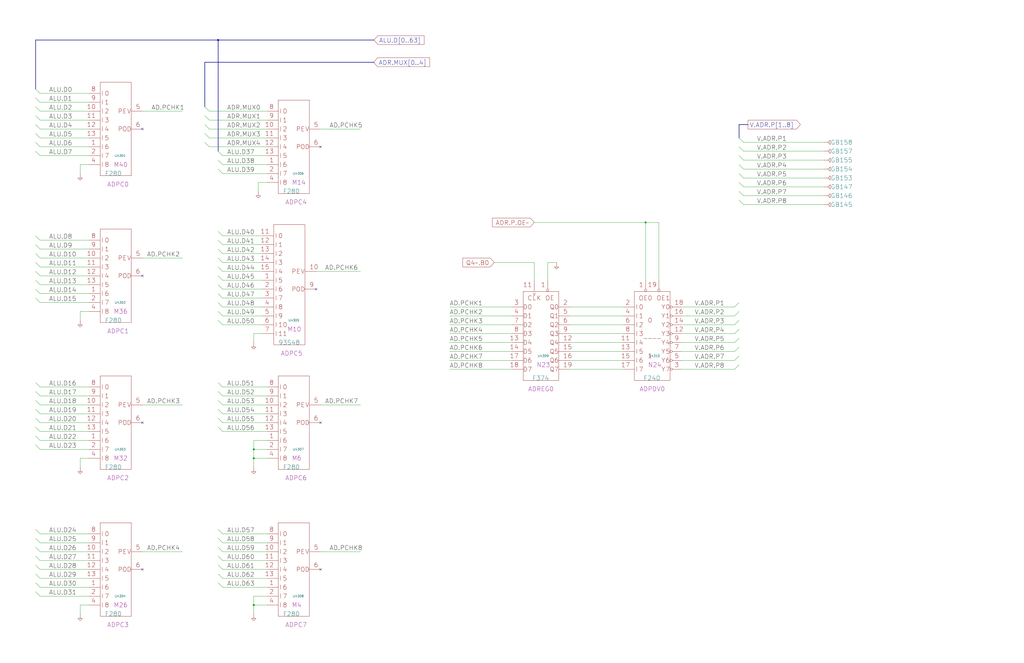
<source format=kicad_sch>
(kicad_sch (version 20210621) (generator eeschema)
  (paper "User" 584.2 378.46)
  (title_block (title "ADDRESS BUS PARITY\\nPARITY") (date "22-MAR-90") (rev "1.0") (comment 1 "VALUE") (comment 2 "232-003063") (comment 3 "S400") (comment 4 "RELEASED"))
  (lib_symbols
    (symbol "r1000:93S48" (pin_numbers hide) (pin_names (offset 1.016) hide)
      (property "Reference" "U" (at 2.54 5.08 0))
      (property "Value" "93S48" (at -6.35 -7.62 0))
      (property "Location" "___" (at -1.27 0 0))
      (property "Name" "______" (at 1.27 -15.24 0))
      (symbol "93S48_1_1"
        (rectangle (start -8.89 59.69) (end 8.89 -8.89))
        (text "0" (at -5.08 53.34 0) (effects (font (size 2.54 2.54))))
        (text "0" (at -2.54 2.54 0) (effects (font (size 2.54 2.54))))
        (text "0" (at 15.24 35.56 0) (effects (font (size 2.54 2.54))))
        (text "1" (at -15.24 35.56 0) (effects (font (size 2.54 2.54))))
        (text "1" (at -15.24 40.64 0) (effects (font (size 2.54 2.54))))
        (text "1" (at -15.24 45.72 0) (effects (font (size 2.54 2.54))))
        (text "1" (at -15.24 50.8 0) (effects (font (size 2.54 2.54))))
        (text "1" (at -15.24 55.88 0) (effects (font (size 2.54 2.54))))
        (text "1" (at -12.7 30.48 0) (effects (font (size 2.54 2.54))))
        (text "1" (at -12.7 55.88 0) (effects (font (size 2.54 2.54))))
        (text "1" (at -5.08 -2.54 0) (effects (font (size 2.54 2.54))))
        (text "1" (at -5.08 2.54 0) (effects (font (size 2.54 2.54))))
        (text "1" (at -5.08 48.26 0) (effects (font (size 2.54 2.54))))
        (text "1" (at -2.54 -2.54 0) (effects (font (size 2.54 2.54))))
        (text "1" (at 12.7 35.56 0) (effects (font (size 2.54 2.54))))
        (text "2" (at -12.7 25.4 0) (effects (font (size 2.54 2.54))))
        (text "2" (at -12.7 50.8 0) (effects (font (size 2.54 2.54))))
        (text "2" (at -5.08 43.18 0) (effects (font (size 2.54 2.54))))
        (text "3" (at -12.7 20.32 0) (effects (font (size 2.54 2.54))))
        (text "3" (at -12.7 45.72 0) (effects (font (size 2.54 2.54))))
        (text "3" (at -5.08 38.1 0) (effects (font (size 2.54 2.54))))
        (text "4" (at -12.7 15.24 0) (effects (font (size 2.54 2.54))))
        (text "4" (at -12.7 40.64 0) (effects (font (size 2.54 2.54))))
        (text "4" (at -5.08 33.02 0) (effects (font (size 2.54 2.54))))
        (text "5" (at -12.7 10.16 0) (effects (font (size 2.54 2.54))))
        (text "5" (at -12.7 35.56 0) (effects (font (size 2.54 2.54))))
        (text "5" (at -5.08 27.94 0) (effects (font (size 2.54 2.54))))
        (text "6" (at -12.7 5.08 0) (effects (font (size 2.54 2.54))))
        (text "6" (at -5.08 22.86 0) (effects (font (size 2.54 2.54))))
        (text "7" (at -12.7 0 0) (effects (font (size 2.54 2.54))))
        (text "7" (at -5.08 17.78 0) (effects (font (size 2.54 2.54))))
        (text "8" (at -5.08 12.7 0) (effects (font (size 2.54 2.54))))
        (text "9" (at -5.08 7.62 0) (effects (font (size 2.54 2.54))))
        (text "9" (at 12.7 25.4 0) (effects (font (size 2.54 2.54))))
        (text "D" (at 7.62 22.86 0) (effects (font (size 2.54 2.54))))
        (text "E" (at 5.08 33.02 0) (effects (font (size 2.54 2.54))))
        (text "I" (at -7.62 -2.54 0) (effects (font (size 2.54 2.54))))
        (text "I" (at -7.62 2.54 0) (effects (font (size 2.54 2.54))))
        (text "I" (at -7.62 7.62 0) (effects (font (size 2.54 2.54))))
        (text "I" (at -7.62 12.7 0) (effects (font (size 2.54 2.54))))
        (text "I" (at -7.62 17.78 0) (effects (font (size 2.54 2.54))))
        (text "I" (at -7.62 22.86 0) (effects (font (size 2.54 2.54))))
        (text "I" (at -7.62 27.94 0) (effects (font (size 2.54 2.54))))
        (text "I" (at -7.62 33.02 0) (effects (font (size 2.54 2.54))))
        (text "I" (at -7.62 38.1 0) (effects (font (size 2.54 2.54))))
        (text "I" (at -7.62 43.18 0) (effects (font (size 2.54 2.54))))
        (text "I" (at -7.62 48.26 0) (effects (font (size 2.54 2.54))))
        (text "I" (at -7.62 53.34 0) (effects (font (size 2.54 2.54))))
        (text "O" (at 5.08 22.86 0) (effects (font (size 2.54 2.54))))
        (text "P" (at 2.54 22.86 0) (effects (font (size 2.54 2.54))))
        (text "P" (at 2.54 33.02 0) (effects (font (size 2.54 2.54))))
        (text "V" (at 7.62 33.02 0) (effects (font (size 2.54 2.54))))
        (pin input line (at -15.24 27.94 0) (length 6.35) (name "I5") (number "1"))
        (pin output line (at 15.24 33.02 180) (length 6.35) (name "PEV") (number "10"))
        (pin input line (at -15.24 53.34 0) (length 6.35) (name "I0") (number "11"))
        (pin input line (at -15.24 48.26 0) (length 6.35) (name "I1") (number "12"))
        (pin input line (at -15.24 43.18 0) (length 6.35) (name "I2") (number "13"))
        (pin input line (at -15.24 38.1 0) (length 6.35) (name "I3") (number "14"))
        (pin input line (at -15.24 33.02 0) (length 6.35) (name "I4") (number "15"))
        (pin input line (at -15.24 22.86 0) (length 6.35) (name "I6") (number "2"))
        (pin input line (at -15.24 17.78 0) (length 6.35) (name "I7") (number "3"))
        (pin input line (at -15.24 12.7 0) (length 6.35) (name "I8") (number "4"))
        (pin input line (at -15.24 7.62 0) (length 6.35) (name "I9") (number "5"))
        (pin input line (at -15.24 2.54 0) (length 6.35) (name "I10") (number "6"))
        (pin input line (at -15.24 -2.54 0) (length 6.35) (name "I11") (number "7"))
        (pin output line (at 15.24 22.86 180) (length 6.35) (name "POD") (number "9"))
      )
    )
    (symbol "r1000:F240" (pin_numbers hide) (pin_names (offset 1.016) hide)
      (property "Reference" "U" (at 2.54 5.08 0))
      (property "Value" "F240" (at -3.81 -7.62 0))
      (property "Location" "___" (at -1.27 0 0))
      (property "Name" "______" (at 1.27 -15.24 0))
      (symbol "F240_1_1"
        (rectangle (start -8.89 41.91) (end 11.43 -8.89))
        (circle (center -2.54 42.545) (radius 0.635))
        (circle (center 5.08 42.545) (radius 0.635))
        (circle (center 12.065 -2.54) (radius 0.635))
        (circle (center 12.065 2.54) (radius 0.635))
        (circle (center 12.065 7.62) (radius 0.635))
        (circle (center 12.065 12.7) (radius 0.635))
        (circle (center 12.065 17.78) (radius 0.635))
        (circle (center 12.065 22.86) (radius 0.635))
        (circle (center 12.065 27.94) (radius 0.635))
        (circle (center 12.065 33.02) (radius 0.635))
        (text "-" (at -2.54 15.24 0) (effects (font (size 2.54 2.54))))
        (text "-" (at 0 15.24 0) (effects (font (size 2.54 2.54))))
        (text "-" (at 2.54 15.24 0) (effects (font (size 2.54 2.54))))
        (text "-" (at 5.08 15.24 0) (effects (font (size 2.54 2.54))))
        (text "0" (at -5.08 33.02 0) (effects (font (size 2.54 2.54))))
        (text "0" (at 0 25.4 0) (effects (font (size 2.54 2.54))))
        (text "0" (at 0 38.1 0) (effects (font (size 2.54 2.54))))
        (text "0" (at 10.16 33.02 0) (effects (font (size 2.54 2.54))))
        (text "1" (at -15.24 0 0) (effects (font (size 2.54 2.54))))
        (text "1" (at -15.24 5.08 0) (effects (font (size 2.54 2.54))))
        (text "1" (at -15.24 10.16 0) (effects (font (size 2.54 2.54))))
        (text "1" (at -15.24 15.24 0) (effects (font (size 2.54 2.54))))
        (text "1" (at -12.7 15.24 0) (effects (font (size 2.54 2.54))))
        (text "1" (at -5.08 27.94 0) (effects (font (size 2.54 2.54))))
        (text "1" (at -5.08 45.72 0) (effects (font (size 2.54 2.54))))
        (text "1" (at 0 5.08 0) (effects (font (size 2.54 2.54))))
        (text "1" (at 0 45.72 0) (effects (font (size 2.54 2.54))))
        (text "1" (at 10.16 27.94 0) (effects (font (size 2.54 2.54))))
        (text "1" (at 10.16 38.1 0) (effects (font (size 2.54 2.54))))
        (text "1" (at 15.24 20.32 0) (effects (font (size 2.54 2.54))))
        (text "1" (at 15.24 25.4 0) (effects (font (size 2.54 2.54))))
        (text "1" (at 15.24 30.48 0) (effects (font (size 2.54 2.54))))
        (text "1" (at 15.24 35.56 0) (effects (font (size 2.54 2.54))))
        (text "2" (at -12.7 35.56 0) (effects (font (size 2.54 2.54))))
        (text "2" (at -5.08 22.86 0) (effects (font (size 2.54 2.54))))
        (text "2" (at 10.16 22.86 0) (effects (font (size 2.54 2.54))))
        (text "2" (at 17.78 20.32 0) (effects (font (size 2.54 2.54))))
        (text "3" (at -12.7 10.16 0) (effects (font (size 2.54 2.54))))
        (text "3" (at -5.08 17.78 0) (effects (font (size 2.54 2.54))))
        (text "3" (at 10.16 17.78 0) (effects (font (size 2.54 2.54))))
        (text "3" (at 15.24 0 0) (effects (font (size 2.54 2.54))))
        (text "4" (at -12.7 30.48 0) (effects (font (size 2.54 2.54))))
        (text "4" (at -5.08 12.7 0) (effects (font (size 2.54 2.54))))
        (text "4" (at 10.16 12.7 0) (effects (font (size 2.54 2.54))))
        (text "4" (at 17.78 25.4 0) (effects (font (size 2.54 2.54))))
        (text "5" (at -12.7 5.08 0) (effects (font (size 2.54 2.54))))
        (text "5" (at -5.08 7.62 0) (effects (font (size 2.54 2.54))))
        (text "5" (at 10.16 7.62 0) (effects (font (size 2.54 2.54))))
        (text "5" (at 15.24 5.08 0) (effects (font (size 2.54 2.54))))
        (text "6" (at -12.7 25.4 0) (effects (font (size 2.54 2.54))))
        (text "6" (at -5.08 2.54 0) (effects (font (size 2.54 2.54))))
        (text "6" (at 10.16 2.54 0) (effects (font (size 2.54 2.54))))
        (text "6" (at 17.78 30.48 0) (effects (font (size 2.54 2.54))))
        (text "7" (at -12.7 0 0) (effects (font (size 2.54 2.54))))
        (text "7" (at -5.08 -2.54 0) (effects (font (size 2.54 2.54))))
        (text "7" (at 10.16 -2.54 0) (effects (font (size 2.54 2.54))))
        (text "7" (at 15.24 10.16 0) (effects (font (size 2.54 2.54))))
        (text "8" (at -12.7 20.32 0) (effects (font (size 2.54 2.54))))
        (text "8" (at 17.78 35.56 0) (effects (font (size 2.54 2.54))))
        (text "9" (at 2.54 45.72 0) (effects (font (size 2.54 2.54))))
        (text "9" (at 15.24 15.24 0) (effects (font (size 2.54 2.54))))
        (text "E" (at -2.54 38.1 0) (effects (font (size 2.54 2.54))))
        (text "E" (at 7.62 38.1 0) (effects (font (size 2.54 2.54))))
        (text "I" (at -7.62 -2.54 0) (effects (font (size 2.54 2.54))))
        (text "I" (at -7.62 2.54 0) (effects (font (size 2.54 2.54))))
        (text "I" (at -7.62 7.62 0) (effects (font (size 2.54 2.54))))
        (text "I" (at -7.62 12.7 0) (effects (font (size 2.54 2.54))))
        (text "I" (at -7.62 17.78 0) (effects (font (size 2.54 2.54))))
        (text "I" (at -7.62 22.86 0) (effects (font (size 2.54 2.54))))
        (text "I" (at -7.62 27.94 0) (effects (font (size 2.54 2.54))))
        (text "I" (at -7.62 33.02 0) (effects (font (size 2.54 2.54))))
        (text "O" (at -5.08 38.1 0) (effects (font (size 2.54 2.54))))
        (text "O" (at 5.08 38.1 0) (effects (font (size 2.54 2.54))))
        (text "Y" (at 7.62 -2.54 0) (effects (font (size 2.54 2.54))))
        (text "Y" (at 7.62 2.54 0) (effects (font (size 2.54 2.54))))
        (text "Y" (at 7.62 7.62 0) (effects (font (size 2.54 2.54))))
        (text "Y" (at 7.62 12.7 0) (effects (font (size 2.54 2.54))))
        (text "Y" (at 7.62 17.78 0) (effects (font (size 2.54 2.54))))
        (text "Y" (at 7.62 22.86 0) (effects (font (size 2.54 2.54))))
        (text "Y" (at 7.62 27.94 0) (effects (font (size 2.54 2.54))))
        (text "Y" (at 7.62 33.02 0) (effects (font (size 2.54 2.54))))
        (pin input line (at -2.54 48.26 270) (length 5.08) (name "OE0_") (number "1"))
        (pin input line (at -15.24 12.7 0) (length 6.35) (name "I4") (number "11"))
        (pin tri_state line (at 17.78 17.78 180) (length 5.08) (name "Y3_") (number "12"))
        (pin input line (at -15.24 7.62 0) (length 6.35) (name "I5") (number "13"))
        (pin tri_state line (at 17.78 22.86 180) (length 5.08) (name "Y2_") (number "14"))
        (pin input line (at -15.24 2.54 0) (length 6.35) (name "I6") (number "15"))
        (pin tri_state line (at 17.78 27.94 180) (length 5.08) (name "Y1_") (number "16"))
        (pin input line (at -15.24 -2.54 0) (length 6.35) (name "I7") (number "17"))
        (pin tri_state line (at 17.78 33.02 180) (length 5.08) (name "Y0_") (number "18"))
        (pin input line (at 5.08 48.26 270) (length 5.08) (name "OE1_") (number "19"))
        (pin input line (at -15.24 33.02 0) (length 6.35) (name "I0") (number "2"))
        (pin tri_state line (at 17.78 -2.54 180) (length 5.08) (name "Y7_") (number "3"))
        (pin input line (at -15.24 27.94 0) (length 6.35) (name "I1") (number "4"))
        (pin tri_state line (at 17.78 2.54 180) (length 5.08) (name "Y6_") (number "5"))
        (pin input line (at -15.24 22.86 0) (length 6.35) (name "I2") (number "6"))
        (pin tri_state line (at 17.78 7.62 180) (length 5.08) (name "Y5_") (number "7"))
        (pin input line (at -15.24 17.78 0) (length 6.35) (name "I3") (number "8"))
        (pin tri_state line (at 17.78 12.7 180) (length 5.08) (name "Y4_") (number "9"))
      )
    )
    (symbol "r1000:F280" (pin_numbers hide) (pin_names (offset 1.016) hide)
      (property "Reference" "U" (at 2.54 5.08 0))
      (property "Value" "F280" (at -6.35 -5.08 0))
      (property "Location" "___" (at -1.27 0 0))
      (property "Name" "______" (at 1.27 -12.7 0))
      (symbol "F280_1_1"
        (rectangle (start -8.89 46.99) (end 8.89 -6.35))
        (text "0" (at -12.7 33.02 0) (effects (font (size 2.54 2.54))))
        (text "0" (at -5.08 40.64 0) (effects (font (size 2.54 2.54))))
        (text "1" (at -15.24 17.78 0) (effects (font (size 2.54 2.54))))
        (text "1" (at -15.24 22.86 0) (effects (font (size 2.54 2.54))))
        (text "1" (at -15.24 27.94 0) (effects (font (size 2.54 2.54))))
        (text "1" (at -15.24 33.02 0) (effects (font (size 2.54 2.54))))
        (text "1" (at -12.7 12.7 0) (effects (font (size 2.54 2.54))))
        (text "1" (at -12.7 27.94 0) (effects (font (size 2.54 2.54))))
        (text "1" (at -5.08 35.56 0) (effects (font (size 2.54 2.54))))
        (text "2" (at -12.7 7.62 0) (effects (font (size 2.54 2.54))))
        (text "2" (at -12.7 22.86 0) (effects (font (size 2.54 2.54))))
        (text "2" (at -5.08 30.48 0) (effects (font (size 2.54 2.54))))
        (text "3" (at -12.7 17.78 0) (effects (font (size 2.54 2.54))))
        (text "3" (at -5.08 25.4 0) (effects (font (size 2.54 2.54))))
        (text "4" (at -12.7 2.54 0) (effects (font (size 2.54 2.54))))
        (text "4" (at -5.08 20.32 0) (effects (font (size 2.54 2.54))))
        (text "5" (at -5.08 15.24 0) (effects (font (size 2.54 2.54))))
        (text "5" (at 12.7 33.02 0) (effects (font (size 2.54 2.54))))
        (text "6" (at -5.08 10.16 0) (effects (font (size 2.54 2.54))))
        (text "6" (at 12.7 22.86 0) (effects (font (size 2.54 2.54))))
        (text "7" (at -5.08 5.08 0) (effects (font (size 2.54 2.54))))
        (text "8" (at -12.7 43.18 0) (effects (font (size 2.54 2.54))))
        (text "8" (at -5.08 0 0) (effects (font (size 2.54 2.54))))
        (text "9" (at -12.7 38.1 0) (effects (font (size 2.54 2.54))))
        (text "D" (at 7.62 20.32 0) (effects (font (size 2.54 2.54))))
        (text "E" (at 5.08 30.48 0) (effects (font (size 2.54 2.54))))
        (text "I" (at -7.62 0 0) (effects (font (size 2.54 2.54))))
        (text "I" (at -7.62 5.08 0) (effects (font (size 2.54 2.54))))
        (text "I" (at -7.62 10.16 0) (effects (font (size 2.54 2.54))))
        (text "I" (at -7.62 15.24 0) (effects (font (size 2.54 2.54))))
        (text "I" (at -7.62 20.32 0) (effects (font (size 2.54 2.54))))
        (text "I" (at -7.62 25.4 0) (effects (font (size 2.54 2.54))))
        (text "I" (at -7.62 30.48 0) (effects (font (size 2.54 2.54))))
        (text "I" (at -7.62 35.56 0) (effects (font (size 2.54 2.54))))
        (text "I" (at -7.62 40.64 0) (effects (font (size 2.54 2.54))))
        (text "O" (at 5.08 20.32 0) (effects (font (size 2.54 2.54))))
        (text "P" (at 2.54 20.32 0) (effects (font (size 2.54 2.54))))
        (text "P" (at 2.54 30.48 0) (effects (font (size 2.54 2.54))))
        (text "V" (at 7.62 30.48 0) (effects (font (size 2.54 2.54))))
        (pin input line (at -15.24 10.16 0) (length 6.35) (name "I6") (number "1"))
        (pin input line (at -15.24 30.48 0) (length 6.35) (name "I2") (number "10"))
        (pin input line (at -15.24 25.4 0) (length 6.35) (name "I3") (number "11"))
        (pin input line (at -15.24 20.32 0) (length 6.35) (name "I4") (number "12"))
        (pin input line (at -15.24 15.24 0) (length 6.35) (name "I5") (number "13"))
        (pin input line (at -15.24 5.08 0) (length 6.35) (name "I7") (number "2"))
        (pin input line (at -15.24 0 0) (length 6.35) (name "I8") (number "4"))
        (pin output line (at 15.24 30.48 180) (length 6.35) (name "PEV") (number "5"))
        (pin output line (at 15.24 20.32 180) (length 6.35) (name "POD") (number "6"))
        (pin input line (at -15.24 40.64 0) (length 6.35) (name "I0") (number "8"))
        (pin input line (at -15.24 35.56 0) (length 6.35) (name "I1") (number "9"))
      )
    )
    (symbol "r1000:F374" (pin_numbers hide) (pin_names (offset 1.016) hide)
      (property "Reference" "U" (at 2.54 5.08 0))
      (property "Value" "F374" (at -3.81 -7.62 0))
      (property "Location" "___" (at -1.27 0 0))
      (property "Name" "______" (at 1.27 -15.24 0))
      (symbol "F374_1_1"
        (rectangle (start -8.89 41.91) (end 11.43 -8.89))
        (circle (center 5.08 42.545) (radius 0.635))
        (text "0" (at -5.08 33.02 0) (effects (font (size 2.54 2.54))))
        (text "0" (at 10.16 33.02 0) (effects (font (size 2.54 2.54))))
        (text "1" (at -15.24 0 0) (effects (font (size 2.54 2.54))))
        (text "1" (at -15.24 5.08 0) (effects (font (size 2.54 2.54))))
        (text "1" (at -15.24 10.16 0) (effects (font (size 2.54 2.54))))
        (text "1" (at -15.24 15.24 0) (effects (font (size 2.54 2.54))))
        (text "1" (at -7.62 45.72 0) (effects (font (size 2.54 2.54))))
        (text "1" (at -5.08 27.94 0) (effects (font (size 2.54 2.54))))
        (text "1" (at -5.08 45.72 0) (effects (font (size 2.54 2.54))))
        (text "1" (at 2.54 45.72 0) (effects (font (size 2.54 2.54))))
        (text "1" (at 10.16 27.94 0) (effects (font (size 2.54 2.54))))
        (text "1" (at 15.24 0 0) (effects (font (size 2.54 2.54))))
        (text "1" (at 15.24 5.08 0) (effects (font (size 2.54 2.54))))
        (text "1" (at 15.24 10.16 0) (effects (font (size 2.54 2.54))))
        (text "1" (at 15.24 15.24 0) (effects (font (size 2.54 2.54))))
        (text "2" (at -5.08 22.86 0) (effects (font (size 2.54 2.54))))
        (text "2" (at 10.16 22.86 0) (effects (font (size 2.54 2.54))))
        (text "2" (at 15.24 35.56 0) (effects (font (size 2.54 2.54))))
        (text "2" (at 17.78 15.24 0) (effects (font (size 2.54 2.54))))
        (text "3" (at -12.7 15.24 0) (effects (font (size 2.54 2.54))))
        (text "3" (at -12.7 35.56 0) (effects (font (size 2.54 2.54))))
        (text "3" (at -5.08 17.78 0) (effects (font (size 2.54 2.54))))
        (text "3" (at 10.16 17.78 0) (effects (font (size 2.54 2.54))))
        (text "4" (at -12.7 10.16 0) (effects (font (size 2.54 2.54))))
        (text "4" (at -12.7 30.48 0) (effects (font (size 2.54 2.54))))
        (text "4" (at -5.08 12.7 0) (effects (font (size 2.54 2.54))))
        (text "4" (at 10.16 12.7 0) (effects (font (size 2.54 2.54))))
        (text "5" (at -5.08 7.62 0) (effects (font (size 2.54 2.54))))
        (text "5" (at 10.16 7.62 0) (effects (font (size 2.54 2.54))))
        (text "5" (at 15.24 30.48 0) (effects (font (size 2.54 2.54))))
        (text "5" (at 17.78 10.16 0) (effects (font (size 2.54 2.54))))
        (text "6" (at -5.08 2.54 0) (effects (font (size 2.54 2.54))))
        (text "6" (at 10.16 2.54 0) (effects (font (size 2.54 2.54))))
        (text "6" (at 15.24 25.4 0) (effects (font (size 2.54 2.54))))
        (text "6" (at 17.78 5.08 0) (effects (font (size 2.54 2.54))))
        (text "7" (at -12.7 5.08 0) (effects (font (size 2.54 2.54))))
        (text "7" (at -12.7 25.4 0) (effects (font (size 2.54 2.54))))
        (text "7" (at -5.08 -2.54 0) (effects (font (size 2.54 2.54))))
        (text "7" (at 10.16 -2.54 0) (effects (font (size 2.54 2.54))))
        (text "8" (at -12.7 0 0) (effects (font (size 2.54 2.54))))
        (text "8" (at -12.7 20.32 0) (effects (font (size 2.54 2.54))))
        (text "9" (at 15.24 20.32 0) (effects (font (size 2.54 2.54))))
        (text "9" (at 17.78 0 0) (effects (font (size 2.54 2.54))))
        (text "C" (at -5.08 38.1 0) (effects (font (size 2.54 2.54))))
        (text "D" (at -7.62 -2.54 0) (effects (font (size 2.54 2.54))))
        (text "D" (at -7.62 2.54 0) (effects (font (size 2.54 2.54))))
        (text "D" (at -7.62 7.62 0) (effects (font (size 2.54 2.54))))
        (text "D" (at -7.62 12.7 0) (effects (font (size 2.54 2.54))))
        (text "D" (at -7.62 17.78 0) (effects (font (size 2.54 2.54))))
        (text "D" (at -7.62 22.86 0) (effects (font (size 2.54 2.54))))
        (text "D" (at -7.62 27.94 0) (effects (font (size 2.54 2.54))))
        (text "D" (at -7.62 33.02 0) (effects (font (size 2.54 2.54))))
        (text "E" (at 7.62 38.1 0) (effects (font (size 2.54 2.54))))
        (text "K" (at 0 38.1 0) (effects (font (size 2.54 2.54))))
        (text "L" (at -2.54 38.1 0) (effects (font (size 2.54 2.54))))
        (text "O" (at 5.08 38.1 0) (effects (font (size 2.54 2.54))))
        (text "Q" (at 7.62 -2.54 0) (effects (font (size 2.54 2.54))))
        (text "Q" (at 7.62 2.54 0) (effects (font (size 2.54 2.54))))
        (text "Q" (at 7.62 7.62 0) (effects (font (size 2.54 2.54))))
        (text "Q" (at 7.62 12.7 0) (effects (font (size 2.54 2.54))))
        (text "Q" (at 7.62 17.78 0) (effects (font (size 2.54 2.54))))
        (text "Q" (at 7.62 22.86 0) (effects (font (size 2.54 2.54))))
        (text "Q" (at 7.62 27.94 0) (effects (font (size 2.54 2.54))))
        (text "Q" (at 7.62 33.02 0) (effects (font (size 2.54 2.54))))
        (text "v" (at -2.54 40.64 0) (effects (font (size 2.54 2.54))))
        (pin input line (at 5.08 48.26 270) (length 5.08) (name "OE_") (number "1"))
        (pin input line (at -2.54 48.26 270) (length 6.35) (name "CLK") (number "11"))
        (pin tri_state line (at 17.78 12.7 180) (length 6.35) (name "Q4") (number "12"))
        (pin input line (at -15.24 12.7 0) (length 6.35) (name "D4") (number "13"))
        (pin input line (at -15.24 7.62 0) (length 6.35) (name "D5") (number "14"))
        (pin tri_state line (at 17.78 7.62 180) (length 6.35) (name "Q5") (number "15"))
        (pin tri_state line (at 17.78 2.54 180) (length 6.35) (name "Q6") (number "16"))
        (pin input line (at -15.24 2.54 0) (length 6.35) (name "D6") (number "17"))
        (pin input line (at -15.24 -2.54 0) (length 6.35) (name "D7") (number "18"))
        (pin tri_state line (at 17.78 -2.54 180) (length 6.35) (name "Q7") (number "19"))
        (pin tri_state line (at 17.78 33.02 180) (length 6.35) (name "Q0") (number "2"))
        (pin input line (at -15.24 33.02 0) (length 6.35) (name "D0") (number "3"))
        (pin input line (at -15.24 27.94 0) (length 6.35) (name "D1") (number "4"))
        (pin tri_state line (at 17.78 27.94 180) (length 6.35) (name "Q1") (number "5"))
        (pin tri_state line (at 17.78 22.86 180) (length 6.35) (name "Q2") (number "6"))
        (pin input line (at -15.24 22.86 0) (length 6.35) (name "D2") (number "7"))
        (pin input line (at -15.24 17.78 0) (length 6.35) (name "D3") (number "8"))
        (pin tri_state line (at 17.78 17.78 180) (length 6.35) (name "Q3") (number "9"))
      )
    )
    (symbol "r1000:GB" (pin_numbers hide) (pin_names (offset 0) hide)
      (property "Reference" "GB" (at 3.81 0 0))
      (symbol "GB_0_1"
        (polyline (pts (xy 2.54 0) (xy 3.81 1.27) (xy 3.81 -1.27) (xy 2.54 0)) (stroke (width 0.1524)))
      )
      (symbol "GB_1_1"
        (pin bidirectional line (at 0 0 0) (length 2.54) (name "") (number "1"))
      )
    )
    (symbol "r1000:PD" (power) (pin_numbers hide) (pin_names hide) (in_bom no)
      (symbol "PD_0_1"
        (polyline (pts (xy 0 -2.54) (xy 1.27 -2.54) (xy 0 -3.81) (xy -1.27 -2.54) (xy 0 -2.54)) (stroke (width 0.1524)))
      )
      (symbol "PD_1_1"
        (pin power_in line (at 0 0 270) (length 2.54) (name "PD") (number "1"))
      )
    )
  )
  (junction (at 144.78 256.54))
  (junction (at 144.78 261.62))
  (junction (at 144.78 345.44))
  (junction (at 368.3 127))
  (junction (at 124.46 22.86))
  (no_connect (at 81.28 73.66))
  (no_connect (at 81.28 157.48))
  (no_connect (at 81.28 241.3))
  (no_connect (at 81.28 325.12))
  (no_connect (at 180.34 165.1))
  (no_connect (at 182.88 83.82))
  (no_connect (at 182.88 241.3))
  (no_connect (at 182.88 325.12))
  (bus_entry (at 20.32 50.8) (size 2.54 2.54))
  (bus_entry (at 20.32 55.88) (size 2.54 2.54))
  (bus_entry (at 20.32 60.96) (size 2.54 2.54))
  (bus_entry (at 20.32 66.04) (size 2.54 2.54))
  (bus_entry (at 20.32 71.12) (size 2.54 2.54))
  (bus_entry (at 20.32 76.2) (size 2.54 2.54))
  (bus_entry (at 20.32 81.28) (size 2.54 2.54))
  (bus_entry (at 20.32 86.36) (size 2.54 2.54))
  (bus_entry (at 20.32 134.62) (size 2.54 2.54))
  (bus_entry (at 20.32 139.7) (size 2.54 2.54))
  (bus_entry (at 20.32 144.78) (size 2.54 2.54))
  (bus_entry (at 20.32 149.86) (size 2.54 2.54))
  (bus_entry (at 20.32 154.94) (size 2.54 2.54))
  (bus_entry (at 20.32 160.02) (size 2.54 2.54))
  (bus_entry (at 20.32 165.1) (size 2.54 2.54))
  (bus_entry (at 20.32 170.18) (size 2.54 2.54))
  (bus_entry (at 20.32 218.44) (size 2.54 2.54))
  (bus_entry (at 20.32 223.52) (size 2.54 2.54))
  (bus_entry (at 20.32 228.6) (size 2.54 2.54))
  (bus_entry (at 20.32 233.68) (size 2.54 2.54))
  (bus_entry (at 20.32 238.76) (size 2.54 2.54))
  (bus_entry (at 20.32 243.84) (size 2.54 2.54))
  (bus_entry (at 20.32 248.92) (size 2.54 2.54))
  (bus_entry (at 20.32 254) (size 2.54 2.54))
  (bus_entry (at 20.32 302.26) (size 2.54 2.54))
  (bus_entry (at 20.32 307.34) (size 2.54 2.54))
  (bus_entry (at 20.32 312.42) (size 2.54 2.54))
  (bus_entry (at 20.32 317.5) (size 2.54 2.54))
  (bus_entry (at 20.32 322.58) (size 2.54 2.54))
  (bus_entry (at 20.32 327.66) (size 2.54 2.54))
  (bus_entry (at 20.32 332.74) (size 2.54 2.54))
  (bus_entry (at 20.32 337.82) (size 2.54 2.54))
  (bus_entry (at 116.84 60.96) (size 2.54 2.54))
  (bus_entry (at 116.84 66.04) (size 2.54 2.54))
  (bus_entry (at 116.84 71.12) (size 2.54 2.54))
  (bus_entry (at 116.84 76.2) (size 2.54 2.54))
  (bus_entry (at 116.84 81.28) (size 2.54 2.54))
  (bus_entry (at 124.46 86.36) (size 2.54 2.54))
  (bus_entry (at 124.46 91.44) (size 2.54 2.54))
  (bus_entry (at 124.46 96.52) (size 2.54 2.54))
  (bus_entry (at 124.46 132.08) (size 2.54 2.54))
  (bus_entry (at 124.46 137.16) (size 2.54 2.54))
  (bus_entry (at 124.46 142.24) (size 2.54 2.54))
  (bus_entry (at 124.46 147.32) (size 2.54 2.54))
  (bus_entry (at 124.46 152.4) (size 2.54 2.54))
  (bus_entry (at 124.46 157.48) (size 2.54 2.54))
  (bus_entry (at 124.46 162.56) (size 2.54 2.54))
  (bus_entry (at 124.46 167.64) (size 2.54 2.54))
  (bus_entry (at 124.46 172.72) (size 2.54 2.54))
  (bus_entry (at 124.46 177.8) (size 2.54 2.54))
  (bus_entry (at 124.46 182.88) (size 2.54 2.54))
  (bus_entry (at 124.46 218.44) (size 2.54 2.54))
  (bus_entry (at 124.46 223.52) (size 2.54 2.54))
  (bus_entry (at 124.46 228.6) (size 2.54 2.54))
  (bus_entry (at 124.46 233.68) (size 2.54 2.54))
  (bus_entry (at 124.46 238.76) (size 2.54 2.54))
  (bus_entry (at 124.46 243.84) (size 2.54 2.54))
  (bus_entry (at 124.46 302.26) (size 2.54 2.54))
  (bus_entry (at 124.46 307.34) (size 2.54 2.54))
  (bus_entry (at 124.46 312.42) (size 2.54 2.54))
  (bus_entry (at 124.46 317.5) (size 2.54 2.54))
  (bus_entry (at 124.46 322.58) (size 2.54 2.54))
  (bus_entry (at 124.46 327.66) (size 2.54 2.54))
  (bus_entry (at 124.46 332.74) (size 2.54 2.54))
  (bus_entry (at 421.64 78.74) (size 2.54 2.54))
  (bus_entry (at 421.64 83.82) (size 2.54 2.54))
  (bus_entry (at 421.64 88.9) (size 2.54 2.54))
  (bus_entry (at 421.64 93.98) (size 2.54 2.54))
  (bus_entry (at 421.64 99.06) (size 2.54 2.54))
  (bus_entry (at 421.64 104.14) (size 2.54 2.54))
  (bus_entry (at 421.64 109.22) (size 2.54 2.54))
  (bus_entry (at 421.64 114.3) (size 2.54 2.54))
  (bus_entry (at 421.64 172.72) (size -2.54 2.54))
  (bus_entry (at 421.64 177.8) (size -2.54 2.54))
  (bus_entry (at 421.64 182.88) (size -2.54 2.54))
  (bus_entry (at 421.64 187.96) (size -2.54 2.54))
  (bus_entry (at 421.64 193.04) (size -2.54 2.54))
  (bus_entry (at 421.64 198.12) (size -2.54 2.54))
  (bus_entry (at 421.64 203.2) (size -2.54 2.54))
  (bus_entry (at 421.64 208.28) (size -2.54 2.54))
  (wire (pts (xy 22.86 53.34) (xy 50.8 53.34)))
  (wire (pts (xy 22.86 58.42) (xy 50.8 58.42)))
  (wire (pts (xy 22.86 63.5) (xy 50.8 63.5)))
  (wire (pts (xy 22.86 68.58) (xy 50.8 68.58)))
  (wire (pts (xy 22.86 73.66) (xy 50.8 73.66)))
  (wire (pts (xy 22.86 78.74) (xy 50.8 78.74)))
  (wire (pts (xy 22.86 83.82) (xy 50.8 83.82)))
  (wire (pts (xy 22.86 88.9) (xy 50.8 88.9)))
  (wire (pts (xy 22.86 137.16) (xy 50.8 137.16)))
  (wire (pts (xy 22.86 142.24) (xy 50.8 142.24)))
  (wire (pts (xy 22.86 147.32) (xy 50.8 147.32)))
  (wire (pts (xy 22.86 152.4) (xy 50.8 152.4)))
  (wire (pts (xy 22.86 157.48) (xy 50.8 157.48)))
  (wire (pts (xy 22.86 162.56) (xy 50.8 162.56)))
  (wire (pts (xy 22.86 167.64) (xy 50.8 167.64)))
  (wire (pts (xy 22.86 172.72) (xy 50.8 172.72)))
  (wire (pts (xy 22.86 220.98) (xy 50.8 220.98)))
  (wire (pts (xy 22.86 226.06) (xy 50.8 226.06)))
  (wire (pts (xy 22.86 231.14) (xy 50.8 231.14)))
  (wire (pts (xy 22.86 236.22) (xy 50.8 236.22)))
  (wire (pts (xy 22.86 241.3) (xy 50.8 241.3)))
  (wire (pts (xy 22.86 246.38) (xy 50.8 246.38)))
  (wire (pts (xy 22.86 251.46) (xy 50.8 251.46)))
  (wire (pts (xy 22.86 256.54) (xy 50.8 256.54)))
  (wire (pts (xy 22.86 304.8) (xy 50.8 304.8)))
  (wire (pts (xy 22.86 309.88) (xy 50.8 309.88)))
  (wire (pts (xy 22.86 314.96) (xy 50.8 314.96)))
  (wire (pts (xy 22.86 320.04) (xy 50.8 320.04)))
  (wire (pts (xy 22.86 325.12) (xy 50.8 325.12)))
  (wire (pts (xy 22.86 330.2) (xy 50.8 330.2)))
  (wire (pts (xy 22.86 335.28) (xy 50.8 335.28)))
  (wire (pts (xy 22.86 340.36) (xy 50.8 340.36)))
  (wire (pts (xy 45.72 93.98) (xy 50.8 93.98)))
  (wire (pts (xy 45.72 99.06) (xy 45.72 93.98)))
  (wire (pts (xy 45.72 177.8) (xy 50.8 177.8)))
  (wire (pts (xy 45.72 182.88) (xy 45.72 177.8)))
  (wire (pts (xy 45.72 261.62) (xy 50.8 261.62)))
  (wire (pts (xy 45.72 266.7) (xy 45.72 261.62)))
  (wire (pts (xy 45.72 345.44) (xy 50.8 345.44)))
  (wire (pts (xy 45.72 350.52) (xy 45.72 345.44)))
  (wire (pts (xy 81.28 63.5) (xy 104.14 63.5)))
  (wire (pts (xy 81.28 147.32) (xy 104.14 147.32)))
  (wire (pts (xy 81.28 231.14) (xy 104.14 231.14)))
  (wire (pts (xy 81.28 314.96) (xy 104.14 314.96)))
  (wire (pts (xy 119.38 63.5) (xy 152.4 63.5)))
  (wire (pts (xy 119.38 68.58) (xy 152.4 68.58)))
  (wire (pts (xy 119.38 73.66) (xy 152.4 73.66)))
  (wire (pts (xy 119.38 78.74) (xy 152.4 78.74)))
  (wire (pts (xy 119.38 83.82) (xy 152.4 83.82)))
  (wire (pts (xy 127 88.9) (xy 152.4 88.9)))
  (wire (pts (xy 127 93.98) (xy 152.4 93.98)))
  (wire (pts (xy 127 99.06) (xy 152.4 99.06)))
  (wire (pts (xy 127 134.62) (xy 149.86 134.62)))
  (wire (pts (xy 127 139.7) (xy 149.86 139.7)))
  (wire (pts (xy 127 144.78) (xy 149.86 144.78)))
  (wire (pts (xy 127 149.86) (xy 149.86 149.86)))
  (wire (pts (xy 127 154.94) (xy 149.86 154.94)))
  (wire (pts (xy 127 160.02) (xy 149.86 160.02)))
  (wire (pts (xy 127 165.1) (xy 149.86 165.1)))
  (wire (pts (xy 127 170.18) (xy 149.86 170.18)))
  (wire (pts (xy 127 175.26) (xy 149.86 175.26)))
  (wire (pts (xy 127 180.34) (xy 149.86 180.34)))
  (wire (pts (xy 127 185.42) (xy 149.86 185.42)))
  (wire (pts (xy 127 220.98) (xy 152.4 220.98)))
  (wire (pts (xy 127 226.06) (xy 152.4 226.06)))
  (wire (pts (xy 127 231.14) (xy 152.4 231.14)))
  (wire (pts (xy 127 236.22) (xy 152.4 236.22)))
  (wire (pts (xy 127 241.3) (xy 152.4 241.3)))
  (wire (pts (xy 127 246.38) (xy 152.4 246.38)))
  (wire (pts (xy 127 304.8) (xy 152.4 304.8)))
  (wire (pts (xy 127 309.88) (xy 152.4 309.88)))
  (wire (pts (xy 127 314.96) (xy 152.4 314.96)))
  (wire (pts (xy 127 320.04) (xy 152.4 320.04)))
  (wire (pts (xy 127 325.12) (xy 152.4 325.12)))
  (wire (pts (xy 127 330.2) (xy 152.4 330.2)))
  (wire (pts (xy 127 335.28) (xy 152.4 335.28)))
  (wire (pts (xy 144.78 190.5) (xy 149.86 190.5)))
  (wire (pts (xy 144.78 195.58) (xy 144.78 190.5)))
  (wire (pts (xy 144.78 251.46) (xy 144.78 256.54)))
  (wire (pts (xy 144.78 256.54) (xy 144.78 261.62)))
  (wire (pts (xy 144.78 256.54) (xy 152.4 256.54)))
  (wire (pts (xy 144.78 261.62) (xy 152.4 261.62)))
  (wire (pts (xy 144.78 266.7) (xy 144.78 261.62)))
  (wire (pts (xy 144.78 340.36) (xy 144.78 345.44)))
  (wire (pts (xy 144.78 345.44) (xy 152.4 345.44)))
  (wire (pts (xy 144.78 350.52) (xy 144.78 345.44)))
  (wire (pts (xy 147.32 104.14) (xy 152.4 104.14)))
  (wire (pts (xy 147.32 109.22) (xy 147.32 104.14)))
  (wire (pts (xy 152.4 251.46) (xy 144.78 251.46)))
  (wire (pts (xy 152.4 340.36) (xy 144.78 340.36)))
  (wire (pts (xy 180.34 154.94) (xy 205.74 154.94)))
  (wire (pts (xy 182.88 73.66) (xy 205.74 73.66)))
  (wire (pts (xy 182.88 231.14) (xy 205.74 231.14)))
  (wire (pts (xy 182.88 314.96) (xy 205.74 314.96)))
  (wire (pts (xy 256.54 175.26) (xy 292.1 175.26)))
  (wire (pts (xy 256.54 180.34) (xy 292.1 180.34)))
  (wire (pts (xy 256.54 185.42) (xy 292.1 185.42)))
  (wire (pts (xy 256.54 190.5) (xy 292.1 190.5)))
  (wire (pts (xy 256.54 195.58) (xy 292.1 195.58)))
  (wire (pts (xy 256.54 200.66) (xy 292.1 200.66)))
  (wire (pts (xy 256.54 205.74) (xy 292.1 205.74)))
  (wire (pts (xy 256.54 210.82) (xy 292.1 210.82)))
  (wire (pts (xy 281.94 149.86) (xy 304.8 149.86)))
  (wire (pts (xy 304.8 127) (xy 368.3 127)))
  (wire (pts (xy 304.8 149.86) (xy 304.8 160.02)))
  (wire (pts (xy 312.42 149.86) (xy 312.42 160.02)))
  (wire (pts (xy 317.5 149.86) (xy 312.42 149.86)))
  (wire (pts (xy 325.12 175.26) (xy 355.6 175.26)))
  (wire (pts (xy 325.12 180.34) (xy 355.6 180.34)))
  (wire (pts (xy 325.12 185.42) (xy 355.6 185.42)))
  (wire (pts (xy 325.12 190.5) (xy 355.6 190.5)))
  (wire (pts (xy 325.12 195.58) (xy 355.6 195.58)))
  (wire (pts (xy 325.12 200.66) (xy 355.6 200.66)))
  (wire (pts (xy 325.12 205.74) (xy 355.6 205.74)))
  (wire (pts (xy 325.12 210.82) (xy 355.6 210.82)))
  (wire (pts (xy 368.3 127) (xy 368.3 160.02)))
  (wire (pts (xy 368.3 127) (xy 375.92 127)))
  (wire (pts (xy 375.92 127) (xy 375.92 160.02)))
  (wire (pts (xy 388.62 175.26) (xy 419.1 175.26)))
  (wire (pts (xy 388.62 180.34) (xy 419.1 180.34)))
  (wire (pts (xy 388.62 185.42) (xy 419.1 185.42)))
  (wire (pts (xy 388.62 190.5) (xy 419.1 190.5)))
  (wire (pts (xy 388.62 195.58) (xy 419.1 195.58)))
  (wire (pts (xy 388.62 200.66) (xy 419.1 200.66)))
  (wire (pts (xy 388.62 205.74) (xy 419.1 205.74)))
  (wire (pts (xy 388.62 210.82) (xy 419.1 210.82)))
  (wire (pts (xy 424.18 81.28) (xy 469.9 81.28)))
  (wire (pts (xy 424.18 86.36) (xy 469.9 86.36)))
  (wire (pts (xy 424.18 91.44) (xy 469.9 91.44)))
  (wire (pts (xy 424.18 96.52) (xy 469.9 96.52)))
  (wire (pts (xy 424.18 101.6) (xy 469.9 101.6)))
  (wire (pts (xy 424.18 106.68) (xy 469.9 106.68)))
  (wire (pts (xy 424.18 111.76) (xy 469.9 111.76)))
  (wire (pts (xy 424.18 116.84) (xy 469.9 116.84)))
  (bus (pts (xy 20.32 22.86) (xy 20.32 353.06)))
  (bus (pts (xy 20.32 22.86) (xy 124.46 22.86)))
  (bus (pts (xy 116.84 35.56) (xy 116.84 88.9)))
  (bus (pts (xy 116.84 35.56) (xy 213.36 35.56)))
  (bus (pts (xy 124.46 22.86) (xy 124.46 345.44)))
  (bus (pts (xy 124.46 22.86) (xy 213.36 22.86)))
  (bus (pts (xy 421.64 71.12) (xy 421.64 116.84)))
  (bus (pts (xy 421.64 71.12) (xy 426.72 71.12)))
  (label "ALU.D0" (at 27.94 53.34 0) (effects (font (size 2.54 2.54))))
  (label "ALU.D1" (at 27.94 58.42 0) (effects (font (size 2.54 2.54))))
  (label "ALU.D2" (at 27.94 63.5 0) (effects (font (size 2.54 2.54))))
  (label "ALU.D3" (at 27.94 68.58 0) (effects (font (size 2.54 2.54))))
  (label "ALU.D4" (at 27.94 73.66 0) (effects (font (size 2.54 2.54))))
  (label "ALU.D5" (at 27.94 78.74 0) (effects (font (size 2.54 2.54))))
  (label "ALU.D6" (at 27.94 83.82 0) (effects (font (size 2.54 2.54))))
  (label "ALU.D7" (at 27.94 88.9 0) (effects (font (size 2.54 2.54))))
  (label "ALU.D8" (at 27.94 137.16 0) (effects (font (size 2.54 2.54))))
  (label "ALU.D9" (at 27.94 142.24 0) (effects (font (size 2.54 2.54))))
  (label "ALU.D10" (at 27.94 147.32 0) (effects (font (size 2.54 2.54))))
  (label "ALU.D11" (at 27.94 152.4 0) (effects (font (size 2.54 2.54))))
  (label "ALU.D12" (at 27.94 157.48 0) (effects (font (size 2.54 2.54))))
  (label "ALU.D13" (at 27.94 162.56 0) (effects (font (size 2.54 2.54))))
  (label "ALU.D14" (at 27.94 167.64 0) (effects (font (size 2.54 2.54))))
  (label "ALU.D15" (at 27.94 172.72 0) (effects (font (size 2.54 2.54))))
  (label "ALU.D16" (at 27.94 220.98 0) (effects (font (size 2.54 2.54))))
  (label "ALU.D17" (at 27.94 226.06 0) (effects (font (size 2.54 2.54))))
  (label "ALU.D18" (at 27.94 231.14 0) (effects (font (size 2.54 2.54))))
  (label "ALU.D19" (at 27.94 236.22 0) (effects (font (size 2.54 2.54))))
  (label "ALU.D20" (at 27.94 241.3 0) (effects (font (size 2.54 2.54))))
  (label "ALU.D21" (at 27.94 246.38 0) (effects (font (size 2.54 2.54))))
  (label "ALU.D22" (at 27.94 251.46 0) (effects (font (size 2.54 2.54))))
  (label "ALU.D23" (at 27.94 256.54 0) (effects (font (size 2.54 2.54))))
  (label "ALU.D24" (at 27.94 304.8 0) (effects (font (size 2.54 2.54))))
  (label "ALU.D25" (at 27.94 309.88 0) (effects (font (size 2.54 2.54))))
  (label "ALU.D26" (at 27.94 314.96 0) (effects (font (size 2.54 2.54))))
  (label "ALU.D27" (at 27.94 320.04 0) (effects (font (size 2.54 2.54))))
  (label "ALU.D28" (at 27.94 325.12 0) (effects (font (size 2.54 2.54))))
  (label "ALU.D29" (at 27.94 330.2 0) (effects (font (size 2.54 2.54))))
  (label "ALU.D30" (at 27.94 335.28 0) (effects (font (size 2.54 2.54))))
  (label "ALU.D31" (at 27.94 340.36 0) (effects (font (size 2.54 2.54))))
  (label "AD.PCHK2" (at 83.82 147.32 0) (effects (font (size 2.54 2.54))))
  (label "AD.PCHK3" (at 83.82 231.14 0) (effects (font (size 2.54 2.54))))
  (label "AD.PCHK4" (at 83.82 314.96 0) (effects (font (size 2.54 2.54))))
  (label "AD.PCHK1" (at 86.36 63.5 0) (effects (font (size 2.54 2.54))))
  (label "ADR.MUX0" (at 129.54 63.5 0) (effects (font (size 2.54 2.54))))
  (label "ADR.MUX1" (at 129.54 68.58 0) (effects (font (size 2.54 2.54))))
  (label "ADR.MUX2" (at 129.54 73.66 0) (effects (font (size 2.54 2.54))))
  (label "ADR.MUX3" (at 129.54 78.74 0) (effects (font (size 2.54 2.54))))
  (label "ADR.MUX4" (at 129.54 83.82 0) (effects (font (size 2.54 2.54))))
  (label "ALU.D37" (at 129.54 88.9 0) (effects (font (size 2.54 2.54))))
  (label "ALU.D38" (at 129.54 93.98 0) (effects (font (size 2.54 2.54))))
  (label "ALU.D39" (at 129.54 99.06 0) (effects (font (size 2.54 2.54))))
  (label "ALU.D40" (at 129.54 134.62 0) (effects (font (size 2.54 2.54))))
  (label "ALU.D41" (at 129.54 139.7 0) (effects (font (size 2.54 2.54))))
  (label "ALU.D42" (at 129.54 144.78 0) (effects (font (size 2.54 2.54))))
  (label "ALU.D43" (at 129.54 149.86 0) (effects (font (size 2.54 2.54))))
  (label "ALU.D44" (at 129.54 154.94 0) (effects (font (size 2.54 2.54))))
  (label "ALU.D45" (at 129.54 160.02 0) (effects (font (size 2.54 2.54))))
  (label "ALU.D46" (at 129.54 165.1 0) (effects (font (size 2.54 2.54))))
  (label "ALU.D47" (at 129.54 170.18 0) (effects (font (size 2.54 2.54))))
  (label "ALU.D48" (at 129.54 175.26 0) (effects (font (size 2.54 2.54))))
  (label "ALU.D49" (at 129.54 180.34 0) (effects (font (size 2.54 2.54))))
  (label "ALU.D50" (at 129.54 185.42 0) (effects (font (size 2.54 2.54))))
  (label "ALU.D51" (at 129.54 220.98 0) (effects (font (size 2.54 2.54))))
  (label "ALU.D52" (at 129.54 226.06 0) (effects (font (size 2.54 2.54))))
  (label "ALU.D53" (at 129.54 231.14 0) (effects (font (size 2.54 2.54))))
  (label "ALU.D54" (at 129.54 236.22 0) (effects (font (size 2.54 2.54))))
  (label "ALU.D55" (at 129.54 241.3 0) (effects (font (size 2.54 2.54))))
  (label "ALU.D56" (at 129.54 246.38 0) (effects (font (size 2.54 2.54))))
  (label "ALU.D57" (at 129.54 304.8 0) (effects (font (size 2.54 2.54))))
  (label "ALU.D58" (at 129.54 309.88 0) (effects (font (size 2.54 2.54))))
  (label "ALU.D59" (at 129.54 314.96 0) (effects (font (size 2.54 2.54))))
  (label "ALU.D60" (at 129.54 320.04 0) (effects (font (size 2.54 2.54))))
  (label "ALU.D61" (at 129.54 325.12 0) (effects (font (size 2.54 2.54))))
  (label "ALU.D62" (at 129.54 330.2 0) (effects (font (size 2.54 2.54))))
  (label "ALU.D63" (at 129.54 335.28 0) (effects (font (size 2.54 2.54))))
  (label "AD.PCHK6" (at 185.42 154.94 0) (effects (font (size 2.54 2.54))))
  (label "AD.PCHK7" (at 185.42 231.14 0) (effects (font (size 2.54 2.54))))
  (label "AD.PCHK5" (at 187.96 73.66 0) (effects (font (size 2.54 2.54))))
  (label "AD.PCHK8" (at 187.96 314.96 0) (effects (font (size 2.54 2.54))))
  (label "AD.PCHK1" (at 256.54 175.26 0) (effects (font (size 2.54 2.54))))
  (label "AD.PCHK2" (at 256.54 180.34 0) (effects (font (size 2.54 2.54))))
  (label "AD.PCHK3" (at 256.54 185.42 0) (effects (font (size 2.54 2.54))))
  (label "AD.PCHK4" (at 256.54 190.5 0) (effects (font (size 2.54 2.54))))
  (label "AD.PCHK5" (at 256.54 195.58 0) (effects (font (size 2.54 2.54))))
  (label "AD.PCHK6" (at 256.54 200.66 0) (effects (font (size 2.54 2.54))))
  (label "AD.PCHK7" (at 256.54 205.74 0) (effects (font (size 2.54 2.54))))
  (label "AD.PCHK8" (at 256.54 210.82 0) (effects (font (size 2.54 2.54))))
  (label "V.ADR.P1" (at 396.24 175.26 0) (effects (font (size 2.54 2.54))))
  (label "V.ADR.P2" (at 396.24 180.34 0) (effects (font (size 2.54 2.54))))
  (label "V.ADR.P3" (at 396.24 185.42 0) (effects (font (size 2.54 2.54))))
  (label "V.ADR.P4" (at 396.24 190.5 0) (effects (font (size 2.54 2.54))))
  (label "V.ADR.P5" (at 396.24 195.58 0) (effects (font (size 2.54 2.54))))
  (label "V.ADR.P6" (at 396.24 200.66 0) (effects (font (size 2.54 2.54))))
  (label "V.ADR.P7" (at 396.24 205.74 0) (effects (font (size 2.54 2.54))))
  (label "V.ADR.P8" (at 396.24 210.82 0) (effects (font (size 2.54 2.54))))
  (label "V.ADR.P1" (at 431.8 81.28 0) (effects (font (size 2.54 2.54))))
  (label "V.ADR.P2" (at 431.8 86.36 0) (effects (font (size 2.54 2.54))))
  (label "V.ADR.P3" (at 431.8 91.44 0) (effects (font (size 2.54 2.54))))
  (label "V.ADR.P4" (at 431.8 96.52 0) (effects (font (size 2.54 2.54))))
  (label "V.ADR.P5" (at 431.8 101.6 0) (effects (font (size 2.54 2.54))))
  (label "V.ADR.P6" (at 431.8 106.68 0) (effects (font (size 2.54 2.54))))
  (label "V.ADR.P7" (at 431.8 111.76 0) (effects (font (size 2.54 2.54))))
  (label "V.ADR.P8" (at 431.8 116.84 0) (effects (font (size 2.54 2.54))))
  (global_label "ADR.MUX[0..4]" (shape input) (at 213.1612 35.56 0) (effects (font (size 2.54 2.54))) (property "Intersheet References" "${INTERSHEET_REFS}" (at 245.0805 35.4013 0) (effects (font (size 2.54 2.54)) (justify left))))
  (global_label "ALU.D[0..63]" (shape input) (at 213.36 22.86 0) (effects (font (size 2.54 2.54))) (property "Intersheet References" "${INTERSHEET_REFS}" (at 241.8927 22.7013 0) (effects (font (size 2.54 2.54)) (justify left))))
  (global_label "Q4~.B0" (shape input) (at 281.94 149.86 180) (effects (font (size 2.54 2.54))) (property "Intersheet References" "${INTERSHEET_REFS}" (at 264.0511 149.7013 0) (effects (font (size 2.54 2.54)) (justify right))))
  (global_label "ADR.P.OE~" (shape input) (at 304.8 127 180) (effects (font (size 2.54 2.54))) (property "Intersheet References" "${INTERSHEET_REFS}" (at 280.9845 126.8413 0) (effects (font (size 2.54 2.54)) (justify right))))
  (global_label "V.ADR.P[1..8]" (shape output) (at 426.72 71.12 0) (effects (font (size 2.54 2.54))) (property "Intersheet References" "${INTERSHEET_REFS}" (at 456.3926 70.9613 0) (effects (font (size 2.54 2.54)) (justify left))))
  (symbol (lib_id "r1000:PD") (at 45.72 99.06 0) (unit 1) (in_bom no)
    (property "Reference" "#PWR04301" (effects hide))
    (property "Value" "PD" (effects hide))
  )
  (symbol (lib_id "r1000:PD") (at 45.72 182.88 0) (unit 1) (in_bom no)
    (property "Reference" "#PWR04302" (effects hide))
    (property "Value" "PD" (effects hide))
  )
  (symbol (lib_id "r1000:PD") (at 45.72 266.7 0) (unit 1) (in_bom no)
    (property "Reference" "#PWR04303" (effects hide))
    (property "Value" "PD" (effects hide))
  )
  (symbol (lib_id "r1000:PD") (at 45.72 350.52 0) (unit 1) (in_bom no)
    (property "Reference" "#PWR04304" (effects hide))
    (property "Value" "PD" (effects hide))
  )
  (symbol (lib_id "r1000:PD") (at 144.78 195.58 0) (unit 1) (in_bom no)
    (property "Reference" "#PWR04305" (effects hide))
    (property "Value" "PD" (effects hide))
  )
  (symbol (lib_id "r1000:PD") (at 144.78 266.7 0) (unit 1) (in_bom no)
    (property "Reference" "#PWR04306" (effects hide))
    (property "Value" "PD" (effects hide))
  )
  (symbol (lib_id "r1000:PD") (at 144.78 350.52 0) (unit 1) (in_bom no)
    (property "Reference" "#PWR04307" (effects hide))
    (property "Value" "PD" (effects hide))
  )
  (symbol (lib_id "r1000:PD") (at 147.32 109.22 0) (unit 1) (in_bom no)
    (property "Reference" "#PWR04308" (effects hide))
    (property "Value" "PD" (effects hide))
  )
  (symbol (lib_id "r1000:PD") (at 317.5 149.86 0) (unit 1) (in_bom no)
    (property "Reference" "#PWR0118" (effects hide))
    (property "Value" "PD" (effects hide))
  )
  (symbol (lib_id "r1000:GB") (at 469.9 81.28 0) (unit 1)
    (property "Reference" "GB158" (at 473.71 81.28 0) (effects (font (size 2.54 2.54)) (justify left)))
    (property "Value" "GB" (effects hide))
  )
  (symbol (lib_id "r1000:GB") (at 469.9 86.36 0) (unit 1)
    (property "Reference" "GB157" (at 473.71 86.36 0) (effects (font (size 2.54 2.54)) (justify left)))
    (property "Value" "GB" (effects hide))
  )
  (symbol (lib_id "r1000:GB") (at 469.9 91.44 0) (unit 1)
    (property "Reference" "GB155" (at 473.71 91.44 0) (effects (font (size 2.54 2.54)) (justify left)))
    (property "Value" "GB" (effects hide))
  )
  (symbol (lib_id "r1000:GB") (at 469.9 96.52 0) (unit 1)
    (property "Reference" "GB154" (at 473.71 96.52 0) (effects (font (size 2.54 2.54)) (justify left)))
    (property "Value" "GB" (effects hide))
  )
  (symbol (lib_id "r1000:GB") (at 469.9 101.6 0) (unit 1)
    (property "Reference" "GB153" (at 473.71 101.6 0) (effects (font (size 2.54 2.54)) (justify left)))
    (property "Value" "GB" (effects hide))
  )
  (symbol (lib_id "r1000:GB") (at 469.9 106.68 0) (unit 1)
    (property "Reference" "GB147" (at 473.71 106.68 0) (effects (font (size 2.54 2.54)) (justify left)))
    (property "Value" "GB" (effects hide))
  )
  (symbol (lib_id "r1000:GB") (at 469.9 111.76 0) (unit 1)
    (property "Reference" "GB146" (at 473.71 111.76 0) (effects (font (size 2.54 2.54)) (justify left)))
    (property "Value" "GB" (effects hide))
  )
  (symbol (lib_id "r1000:GB") (at 469.9 116.84 0) (unit 1)
    (property "Reference" "GB145" (at 473.71 116.84 0) (effects (font (size 2.54 2.54)) (justify left)))
    (property "Value" "GB" (effects hide))
  )
  (symbol (lib_id "r1000:F280") (at 66.04 93.98 0) (unit 1)
    (property "Reference" "U4301" (at 68.58 88.9 0))
    (property "Value" "F280" (at 59.69 99.06 0) (effects (font (size 2.54 2.54)) (justify left)))
    (property "Location" "M40" (at 64.77 93.98 0) (effects (font (size 2.54 2.54)) (justify left)))
    (property "Name" "ADPC0" (at 67.31 106.68 0) (effects (font (size 2.54 2.54)) (justify bottom)))
  )
  (symbol (lib_id "r1000:F280") (at 66.04 177.8 0) (unit 1)
    (property "Reference" "U4302" (at 68.58 172.72 0))
    (property "Value" "F280" (at 59.69 182.88 0) (effects (font (size 2.54 2.54)) (justify left)))
    (property "Location" "M36" (at 64.77 177.8 0) (effects (font (size 2.54 2.54)) (justify left)))
    (property "Name" "ADPC1" (at 67.31 190.5 0) (effects (font (size 2.54 2.54)) (justify bottom)))
  )
  (symbol (lib_id "r1000:F280") (at 66.04 261.62 0) (unit 1)
    (property "Reference" "U4303" (at 68.58 256.54 0))
    (property "Value" "F280" (at 59.69 266.7 0) (effects (font (size 2.54 2.54)) (justify left)))
    (property "Location" "M32" (at 64.77 261.62 0) (effects (font (size 2.54 2.54)) (justify left)))
    (property "Name" "ADPC2" (at 67.31 274.32 0) (effects (font (size 2.54 2.54)) (justify bottom)))
  )
  (symbol (lib_id "r1000:F280") (at 66.04 345.44 0) (unit 1)
    (property "Reference" "U4304" (at 68.58 340.36 0))
    (property "Value" "F280" (at 59.69 350.52 0) (effects (font (size 2.54 2.54)) (justify left)))
    (property "Location" "M26" (at 64.77 345.44 0) (effects (font (size 2.54 2.54)) (justify left)))
    (property "Name" "ADPC3" (at 67.31 358.14 0) (effects (font (size 2.54 2.54)) (justify bottom)))
  )
  (symbol (lib_id "r1000:F280") (at 167.64 104.14 0) (unit 1)
    (property "Reference" "U4306" (at 170.18 99.06 0))
    (property "Value" "F280" (at 161.29 109.22 0) (effects (font (size 2.54 2.54)) (justify left)))
    (property "Location" "M14" (at 166.37 104.14 0) (effects (font (size 2.54 2.54)) (justify left)))
    (property "Name" "ADPC4" (at 168.91 116.84 0) (effects (font (size 2.54 2.54)) (justify bottom)))
  )
  (symbol (lib_id "r1000:F280") (at 167.64 261.62 0) (unit 1)
    (property "Reference" "U4307" (at 170.18 256.54 0))
    (property "Value" "F280" (at 161.29 266.7 0) (effects (font (size 2.54 2.54)) (justify left)))
    (property "Location" "M6" (at 166.37 261.62 0) (effects (font (size 2.54 2.54)) (justify left)))
    (property "Name" "ADPC6" (at 168.91 274.32 0) (effects (font (size 2.54 2.54)) (justify bottom)))
  )
  (symbol (lib_id "r1000:F280") (at 167.64 345.44 0) (unit 1)
    (property "Reference" "U4308" (at 170.18 340.36 0))
    (property "Value" "F280" (at 161.29 350.52 0) (effects (font (size 2.54 2.54)) (justify left)))
    (property "Location" "M4" (at 166.37 345.44 0) (effects (font (size 2.54 2.54)) (justify left)))
    (property "Name" "ADPC7" (at 168.91 358.14 0) (effects (font (size 2.54 2.54)) (justify bottom)))
  )
  (symbol (lib_id "r1000:F374") (at 307.34 208.28 0) (unit 1)
    (property "Reference" "U4309" (at 309.88 203.2 0))
    (property "Value" "F374" (at 303.53 215.9 0) (effects (font (size 2.54 2.54)) (justify left)))
    (property "Location" "N23" (at 306.07 208.28 0) (effects (font (size 2.54 2.54)) (justify left)))
    (property "Name" "ADREG0" (at 308.61 223.52 0) (effects (font (size 2.54 2.54)) (justify bottom)))
  )
  (symbol (lib_id "r1000:F240") (at 370.84 208.28 0) (unit 1)
    (property "Reference" "U4310" (at 373.38 203.2 0))
    (property "Value" "F240" (at 367.03 215.9 0) (effects (font (size 2.54 2.54)) (justify left)))
    (property "Location" "N24" (at 369.57 208.28 0) (effects (font (size 2.54 2.54)) (justify left)))
    (property "Name" "ADPDV0" (at 372.11 223.52 0) (effects (font (size 2.54 2.54)) (justify bottom)))
  )
  (symbol (lib_id "r1000:93S48") (at 165.1 187.96 0) (unit 1)
    (property "Reference" "U4305" (at 167.64 182.88 0))
    (property "Value" "93S48" (at 158.75 195.58 0) (effects (font (size 2.54 2.54)) (justify left)))
    (property "Location" "M10" (at 163.83 187.96 0) (effects (font (size 2.54 2.54)) (justify left)))
    (property "Name" "ADPC5" (at 166.37 203.2 0) (effects (font (size 2.54 2.54)) (justify bottom)))
  )
)
</source>
